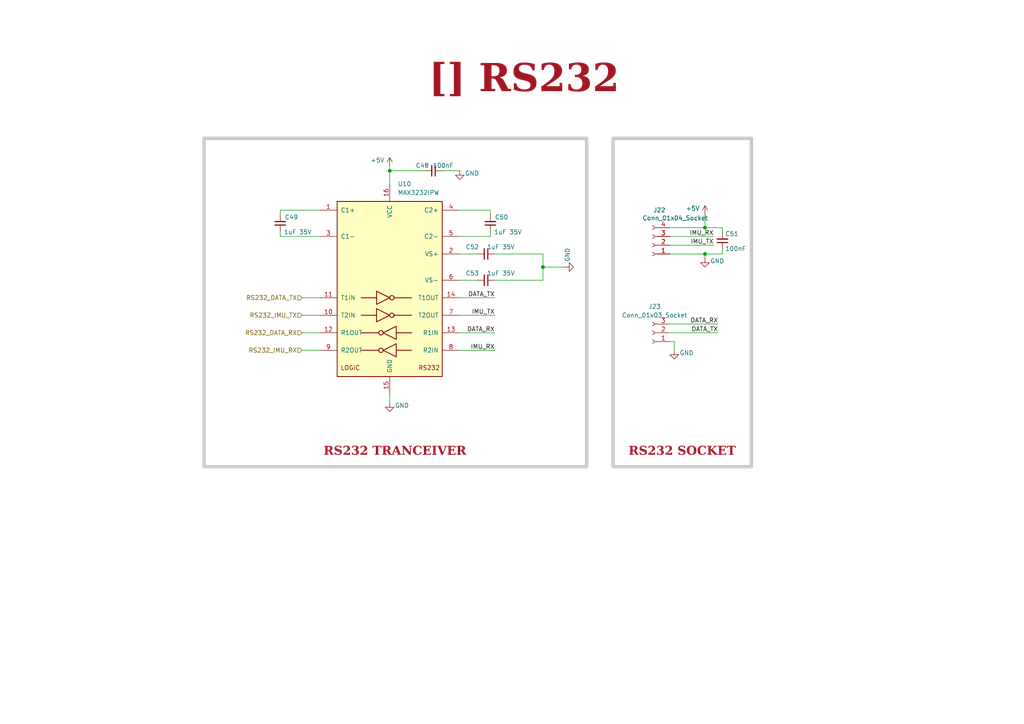
<source format=kicad_sch>
(kicad_sch (version 20231120) (generator "eeschema") (generator_version "8.0")
  (paper "A4")
  (title_block (title "RS232") (date "2024-11-24") (rev "${REVISION}") (company "${COMPANY}"))
  (lib_symbols
    (symbol "Connector:Conn_01x03_Socket" (pin_names (offset 1.016) hide)
      (property "Reference" "J" (at 0 5.08 0))
      (property "Value" "Conn_01x03_Socket" (at 0 -5.08 0))
      (symbol "Conn_01x03_Socket_1_1"
        (arc (start 0 -2.032) (mid -0.5058 -2.54) (end 0 -3.048) (stroke (width 0.1524)))
        (polyline (pts (xy -1.27 -2.54) (xy -0.508 -2.54)) (stroke (width 0.1524)))
        (polyline (pts (xy -1.27 0) (xy -0.508 0)) (stroke (width 0.1524)))
        (polyline (pts (xy -1.27 2.54) (xy -0.508 2.54)) (stroke (width 0.1524)))
        (arc (start 0 0.508) (mid -0.5058 0) (end 0 -0.508) (stroke (width 0.1524)))
        (arc (start 0 3.048) (mid -0.5058 2.54) (end 0 2.032) (stroke (width 0.1524)))
        (pin passive line (at -5.08 2.54 0) (length 3.81) (name "Pin_1") (number "1"))
        (pin passive line (at -5.08 0 0) (length 3.81) (name "Pin_2") (number "2"))
        (pin passive line (at -5.08 -2.54 0) (length 3.81) (name "Pin_3") (number "3"))
      )
    )
    (symbol "Connector:Conn_01x04_Socket" (pin_names (offset 1.016) hide)
      (property "Reference" "J" (at 0 5.08 0))
      (property "Value" "Conn_01x04_Socket" (at 0 -7.62 0))
      (symbol "Conn_01x04_Socket_1_1"
        (arc (start 0 -4.572) (mid -0.5058 -5.08) (end 0 -5.588) (stroke (width 0.1524)))
        (arc (start 0 -2.032) (mid -0.5058 -2.54) (end 0 -3.048) (stroke (width 0.1524)))
        (polyline (pts (xy -1.27 -5.08) (xy -0.508 -5.08)) (stroke (width 0.1524)))
        (polyline (pts (xy -1.27 -2.54) (xy -0.508 -2.54)) (stroke (width 0.1524)))
        (polyline (pts (xy -1.27 0) (xy -0.508 0)) (stroke (width 0.1524)))
        (polyline (pts (xy -1.27 2.54) (xy -0.508 2.54)) (stroke (width 0.1524)))
        (arc (start 0 0.508) (mid -0.5058 0) (end 0 -0.508) (stroke (width 0.1524)))
        (arc (start 0 3.048) (mid -0.5058 2.54) (end 0 2.032) (stroke (width 0.1524)))
        (pin passive line (at -5.08 2.54 0) (length 3.81) (name "Pin_1") (number "1"))
        (pin passive line (at -5.08 0 0) (length 3.81) (name "Pin_2") (number "2"))
        (pin passive line (at -5.08 -2.54 0) (length 3.81) (name "Pin_3") (number "3"))
        (pin passive line (at -5.08 -5.08 0) (length 3.81) (name "Pin_4") (number "4"))
      )
    )
    (symbol "Device:C_Small" (pin_numbers hide) (pin_names (offset 0.254) hide)
      (property "Reference" "C" (at 0.254 1.778 0))
      (property "Value" "C_Small" (at 0.254 -2.032 0))
      (symbol "C_Small_0_1"
        (polyline (pts (xy -1.524 -0.508) (xy 1.524 -0.508)) (stroke (width 0.3302)))
        (polyline (pts (xy -1.524 0.508) (xy 1.524 0.508)) (stroke (width 0.3048)))
      )
      (symbol "C_Small_1_1"
        (pin passive line (at 0 2.54 270) (length 2.032) (name "~") (number "1"))
        (pin passive line (at 0 -2.54 90) (length 2.032) (name "~") (number "2"))
      )
    )
    (symbol "Interface_UART:MAX3232" (pin_names (offset 1.016))
      (property "Reference" "U" (at -2.54 28.575 0))
      (property "Value" "MAX3232" (at -2.54 26.67 0))
      (symbol "MAX3232_0_0"
        (text "LOGIC" (at -11.43 -22.86 0) (effects (font (size 1.27 1.27))))
        (text "RS232" (at 11.43 -22.86 0) (effects (font (size 1.27 1.27))))
      )
      (symbol "MAX3232_0_1"
        (rectangle (start -15.24 -25.4) (end 15.24 25.4) (stroke (width 0.254)) (fill (type background)))
        (circle (center -2.54 -17.78) (radius 0.635) (stroke (width 0.254)))
        (circle (center -2.54 -12.7) (radius 0.635) (stroke (width 0.254)))
        (polyline (pts (xy -3.81 -7.62) (xy -8.255 -7.62)) (stroke (width 0.254)))
        (polyline (pts (xy -3.81 -2.54) (xy -8.255 -2.54)) (stroke (width 0.254)))
        (polyline (pts (xy -3.175 -17.78) (xy -8.255 -17.78)) (stroke (width 0.254)))
        (polyline (pts (xy -3.175 -12.7) (xy -8.255 -12.7)) (stroke (width 0.254)))
        (polyline (pts (xy 1.27 -7.62) (xy 6.35 -7.62)) (stroke (width 0.254)))
        (polyline (pts (xy 1.27 -2.54) (xy 6.35 -2.54)) (stroke (width 0.254)))
        (polyline (pts (xy 1.905 -17.78) (xy 6.35 -17.78)) (stroke (width 0.254)))
        (polyline (pts (xy 1.905 -12.7) (xy 6.35 -12.7)) (stroke (width 0.254)))
        (polyline (pts (xy -3.81 -5.715) (xy -3.81 -9.525) (xy 0 -7.62) (xy -3.81 -5.715)) (stroke (width 0.254)))
        (polyline (pts (xy -3.81 -0.635) (xy -3.81 -4.445) (xy 0 -2.54) (xy -3.81 -0.635)) (stroke (width 0.254)))
        (polyline (pts (xy 1.905 -15.875) (xy 1.905 -19.685) (xy -1.905 -17.78) (xy 1.905 -15.875)) (stroke (width 0.254)))
        (polyline (pts (xy 1.905 -10.795) (xy 1.905 -14.605) (xy -1.905 -12.7) (xy 1.905 -10.795)) (stroke (width 0.254)))
        (circle (center 0.635 -7.62) (radius 0.635) (stroke (width 0.254)))
        (circle (center 0.635 -2.54) (radius 0.635) (stroke (width 0.254)))
      )
      (symbol "MAX3232_1_1"
        (pin passive line (at -20.32 22.86 0) (length 5.08) (name "C1+") (number "1"))
        (pin input line (at -20.32 -7.62 0) (length 5.08) (name "T2IN") (number "10"))
        (pin input line (at -20.32 -2.54 0) (length 5.08) (name "T1IN") (number "11"))
        (pin output line (at -20.32 -12.7 0) (length 5.08) (name "R1OUT") (number "12"))
        (pin input line (at 20.32 -12.7 180) (length 5.08) (name "R1IN") (number "13"))
        (pin output line (at 20.32 -2.54 180) (length 5.08) (name "T1OUT") (number "14"))
        (pin power_in line (at 0 -30.48 90) (length 5.08) (name "GND") (number "15"))
        (pin power_in line (at 0 30.48 270) (length 5.08) (name "VCC") (number "16"))
        (pin power_out line (at 20.32 10.16 180) (length 5.08) (name "VS+") (number "2"))
        (pin passive line (at -20.32 15.24 0) (length 5.08) (name "C1-") (number "3"))
        (pin passive line (at 20.32 22.86 180) (length 5.08) (name "C2+") (number "4"))
        (pin passive line (at 20.32 15.24 180) (length 5.08) (name "C2-") (number "5"))
        (pin power_out line (at 20.32 2.54 180) (length 5.08) (name "VS-") (number "6"))
        (pin output line (at 20.32 -7.62 180) (length 5.08) (name "T2OUT") (number "7"))
        (pin input line (at 20.32 -17.78 180) (length 5.08) (name "R2IN") (number "8"))
        (pin output line (at -20.32 -17.78 0) (length 5.08) (name "R2OUT") (number "9"))
      )
    )
    (symbol "power:+5V" (power) (pin_numbers hide) (pin_names (offset 0) hide)
      (property "Value" "+5V" (at 0 3.556 0))
      (symbol "+5V_0_1"
        (polyline (pts (xy -0.762 1.27) (xy 0 2.54)))
        (polyline (pts (xy 0 0) (xy 0 2.54)))
        (polyline (pts (xy 0 2.54) (xy 0.762 1.27)))
      )
      (symbol "+5V_1_1"
        (pin power_in line (at 0 0 90) (length 0) (name "~") (number "1"))
      )
    )
    (symbol "power:GND" (power) (pin_numbers hide) (pin_names (offset 0) hide)
      (property "Value" "GND" (at 0 -3.81 0))
      (symbol "GND_0_1"
        (polyline (pts (xy 0 0) (xy 0 -1.27) (xy 1.27 -1.27) (xy 0 -2.54) (xy -1.27 -1.27) (xy 0 -1.27)))
      )
      (symbol "GND_1_1"
        (pin power_in line (at 0 0 270) (length 0) (name "~") (number "1"))
      )
    )
  )
  (junction (at 113.03 49.53))
  (junction (at 204.47 73.66))
  (junction (at 204.47 66.04))
  (junction (at 157.48 77.47))
  (wire (pts (xy 133.35 91.44) (xy 143.51 91.44)))
  (wire (pts (xy 143.51 73.66) (xy 157.48 73.66)))
  (wire (pts (xy 87.63 91.44) (xy 92.71 91.44)))
  (wire (pts (xy 87.63 96.52) (xy 92.71 96.52)))
  (wire (pts (xy 157.48 73.66) (xy 157.48 77.47)))
  (wire (pts (xy 157.48 77.47) (xy 157.48 81.28)))
  (wire (pts (xy 92.71 68.58) (xy 81.28 68.58)))
  (wire (pts (xy 133.35 81.28) (xy 138.43 81.28)))
  (wire (pts (xy 113.03 114.3) (xy 113.03 116.84)))
  (wire (pts (xy 113.03 48.26) (xy 113.03 49.53)))
  (wire (pts (xy 143.51 81.28) (xy 157.48 81.28)))
  (wire (pts (xy 209.55 72.39) (xy 209.55 73.66)))
  (wire (pts (xy 81.28 60.96) (xy 92.71 60.96)))
  (wire (pts (xy 195.58 99.06) (xy 194.31 99.06)))
  (wire (pts (xy 133.35 96.52) (xy 143.51 96.52)))
  (wire (pts (xy 209.55 73.66) (xy 204.47 73.66)))
  (wire (pts (xy 204.47 66.04) (xy 194.31 66.04)))
  (wire (pts (xy 113.03 49.53) (xy 113.03 53.34)))
  (wire (pts (xy 209.55 67.31) (xy 209.55 66.04)))
  (wire (pts (xy 133.35 86.36) (xy 143.51 86.36)))
  (wire (pts (xy 195.58 101.6) (xy 195.58 99.06)))
  (wire (pts (xy 113.03 49.53) (xy 123.19 49.53)))
  (wire (pts (xy 194.31 71.12) (xy 207.01 71.12)))
  (wire (pts (xy 194.31 68.58) (xy 207.01 68.58)))
  (wire (pts (xy 133.35 73.66) (xy 138.43 73.66)))
  (wire (pts (xy 204.47 74.93) (xy 204.47 73.66)))
  (wire (pts (xy 128.27 49.53) (xy 133.35 49.53)))
  (wire (pts (xy 87.63 101.6) (xy 92.71 101.6)))
  (wire (pts (xy 87.63 86.36) (xy 92.71 86.36)))
  (wire (pts (xy 133.35 60.96) (xy 142.24 60.96)))
  (wire (pts (xy 194.31 93.98) (xy 208.28 93.98)))
  (wire (pts (xy 142.24 62.23) (xy 142.24 60.96)))
  (wire (pts (xy 133.35 101.6) (xy 143.51 101.6)))
  (wire (pts (xy 157.48 77.47) (xy 163.83 77.47)))
  (wire (pts (xy 133.35 68.58) (xy 142.24 68.58)))
  (wire (pts (xy 209.55 66.04) (xy 204.47 66.04)))
  (wire (pts (xy 204.47 62.23) (xy 204.47 66.04)))
  (wire (pts (xy 194.31 96.52) (xy 208.28 96.52)))
  (wire (pts (xy 81.28 67.31) (xy 81.28 68.58)))
  (wire (pts (xy 194.31 73.66) (xy 204.47 73.66)))
  (wire (pts (xy 142.24 67.31) (xy 142.24 68.58)))
  (wire (pts (xy 81.28 62.23) (xy 81.28 60.96)))
  (rectangle (start 59.182 40.132) (end 170.18 135.382) (stroke (width 1) (color 200 200 200 1)))
  (rectangle (start 177.8 40.132) (end 217.932 135.382) (stroke (width 1) (color 200 200 200 1)))
  (text_box "RS232 TRANCEIVER\n" (at 60.198 124.714 0) (size 108.712 9.525) (stroke (width -0.0001)) (effects (font (size 2.54 2.54) (thickness 0.508) (bold yes)) (justify bottom)))
  (text_box "RS232 SOCKET\n\n" (at 178.816 124.714 0) (size 38.1 9.525) (stroke (width -0.0001)) (effects (font (size 2.54 2.54) (thickness 0.508) (bold yes)) (justify bottom)))
  (text_box "[${#}] ${TITLE}" (at 72.644 16.764 0) (size 158.75 12.7) (stroke (width -0.0001)) (effects (font (size 8 8) (thickness 1.2) (bold yes))))
  (label "DATA_TX" (at 208.28 96.52 180))
  (label "IMU_TX" (at 207.01 71.12 180))
  (label "DATA_TX" (at 143.51 86.36 180))
  (label "DATA_RX" (at 143.51 96.52 180))
  (label "DATA_RX" (at 208.28 93.98 180))
  (label "IMU_RX" (at 207.01 68.58 180))
  (label "IMU_RX" (at 143.51 101.6 180))
  (label "IMU_TX" (at 143.51 91.44 180))
  (hierarchical_label "RS232_IMU_RX" (shape input) (at 87.63 101.6 180))
  (hierarchical_label "RS232_IMU_TX" (shape input) (at 87.63 91.44 180))
  (hierarchical_label "RS232_DATA_RX" (shape input) (at 87.63 96.52 180))
  (hierarchical_label "RS232_DATA_TX" (shape input) (at 87.63 86.36 180))
  (symbol (lib_id "Device:C_Small") (at 125.73 49.53 270) (unit 1)
    (property "Reference" "C48" (at 124.46 48.006 90) (effects (justify right)))
    (property "Value" "100nF" (at 131.572 48.006 90) (effects (justify right)))
    (property "Footprint" "Capacitor_SMD:C_0402_1005Metric" (effects (hide yes)))
    (property "Description" "Unpolarized capacitor, small symbol" (effects (hide yes)))
  )
  (symbol (lib_id "Device:C_Small") (at 142.24 64.77 180) (unit 1)
    (property "Reference" "C50" (at 143.51 62.992 0) (effects (justify right)))
    (property "Value" "1uF 35V" (at 143.256 67.31 0) (effects (justify right)))
    (property "Footprint" "Capacitor_SMD:C_0603_1608Metric" (effects (hide yes)))
    (property "Description" "Unpolarized capacitor, small symbol" (effects (hide yes)))
  )
  (symbol (lib_id "power:GND") (at 133.35 49.53 0) (unit 1)
    (property "Reference" "#PWR098" (effects (hide yes)))
    (property "Value" "GND" (at 136.906 50.292 0))
    (property "Description" "Power symbol creates a global label with name \"GND\" , ground" (effects (hide yes)))
  )
  (symbol (lib_id "power:+5V") (at 113.03 48.26 0) (unit 1)
    (property "Reference" "#PWR097" (effects (hide yes)))
    (property "Value" "+5V" (at 109.474 46.482 0))
    (property "Description" "Power symbol creates a global label with name \"+5V\"" (effects (hide yes)))
  )
  (symbol (lib_id "Connector:Conn_01x03_Socket") (at 189.23 96.52 180) (unit 1)
    (property "Reference" "J23" (at 189.865 88.9 0))
    (property "Value" "Conn_01x03_Socket" (at 189.865 91.44 0))
    (property "Footprint" "Connector_JST:JST_XH_B3B-XH-A_1x03_P2.50mm_Vertical" (effects (hide yes)))
    (property "Description" "Generic connector, single row, 01x03, script generated" (effects (hide yes)))
  )
  (symbol (lib_id "power:GND") (at 204.47 74.93 0) (unit 1)
    (property "Reference" "#PWR0100" (effects (hide yes)))
    (property "Value" "GND" (at 208.026 75.692 0))
    (property "Description" "Power symbol creates a global label with name \"GND\" , ground" (effects (hide yes)))
  )
  (symbol (lib_id "Interface_UART:MAX3232") (at 113.03 83.82 0) (unit 1)
    (property "Reference" "U10" (at 115.3435 53.34 0) (effects (justify left)))
    (property "Value" "MAX3232IPW" (at 115.3435 55.88 0) (effects (justify left)))
    (property "Footprint" "Package_SO:TSSOP-16_4.4x5mm_P0.65mm" (effects (hide yes)))
    (property "Datasheet" "https://datasheets.maximintegrated.com/en/ds/MAX3222-MAX3241.pdf" (effects (hide yes)))
    (property "Description" "3.0V to 5.5V, Low-Power, up to 1Mbps, True RS-232 Transceivers Using Four 0.1μF External Capacitors" (effects (hide yes)))
  )
  (symbol (lib_id "Device:C_Small") (at 140.97 81.28 270) (unit 1)
    (property "Reference" "C53" (at 138.938 79.248 90) (effects (justify right)))
    (property "Value" "1uF 35V" (at 149.352 79.248 90) (effects (justify right)))
    (property "Footprint" "Capacitor_SMD:C_0603_1608Metric" (effects (hide yes)))
    (property "Description" "Unpolarized capacitor, small symbol" (effects (hide yes)))
  )
  (symbol (lib_id "power:+5V") (at 204.47 62.23 0) (unit 1)
    (property "Reference" "#PWR099" (effects (hide yes)))
    (property "Value" "+5V" (at 200.914 60.452 0))
    (property "Description" "Power symbol creates a global label with name \"+5V\"" (effects (hide yes)))
  )
  (symbol (lib_id "power:GND") (at 113.03 116.84 0) (unit 1)
    (property "Reference" "#PWR0103" (effects (hide yes)))
    (property "Value" "GND" (at 116.586 117.602 0))
    (property "Description" "Power symbol creates a global label with name \"GND\" , ground" (effects (hide yes)))
  )
  (symbol (lib_id "Device:C_Small") (at 81.28 64.77 180) (unit 1)
    (property "Reference" "C49" (at 82.55 62.992 0) (effects (justify right)))
    (property "Value" "1uF 35V" (at 82.296 67.31 0) (effects (justify right)))
    (property "Footprint" "Capacitor_SMD:C_0603_1608Metric" (effects (hide yes)))
    (property "Description" "Unpolarized capacitor, small symbol" (effects (hide yes)))
  )
  (symbol (lib_id "power:GND") (at 195.58 101.6 0) (unit 1)
    (property "Reference" "#PWR0102" (effects (hide yes)))
    (property "Value" "GND" (at 199.136 102.362 0))
    (property "Description" "Power symbol creates a global label with name \"GND\" , ground" (effects (hide yes)))
  )
  (symbol (lib_id "power:GND") (at 163.83 77.47 90) (unit 1)
    (property "Reference" "#PWR0101" (effects (hide yes)))
    (property "Value" "GND" (at 164.592 73.914 0))
    (property "Description" "Power symbol creates a global label with name \"GND\" , ground" (effects (hide yes)))
  )
  (symbol (lib_id "Connector:Conn_01x04_Socket") (at 189.23 71.12 180) (unit 1)
    (property "Reference" "J22" (at 191.262 60.96 0))
    (property "Value" "Conn_01x04_Socket" (at 195.834 63.246 0))
    (property "Footprint" "Connector_JST:JST_XH_B4B-XH-A_1x04_P2.50mm_Vertical" (effects (hide yes)))
    (property "Description" "Generic connector, single row, 01x04, script generated" (effects (hide yes)))
  )
  (symbol (lib_id "Device:C_Small") (at 140.97 73.66 270) (unit 1)
    (property "Reference" "C52" (at 138.938 71.628 90) (effects (justify right)))
    (property "Value" "1uF 35V" (at 149.352 71.628 90) (effects (justify right)))
    (property "Footprint" "Capacitor_SMD:C_0603_1608Metric" (effects (hide yes)))
    (property "Description" "Unpolarized capacitor, small symbol" (effects (hide yes)))
  )
  (symbol (lib_id "Device:C_Small") (at 209.55 69.85 180) (unit 1)
    (property "Reference" "C51" (at 210.312 67.818 0) (effects (justify right)))
    (property "Value" "100nF" (at 210.312 72.136 0) (effects (justify right)))
    (property "Footprint" "Capacitor_SMD:C_0402_1005Metric" (effects (hide yes)))
    (property "Description" "Unpolarized capacitor, small symbol" (effects (hide yes)))
  )
)
</source>
